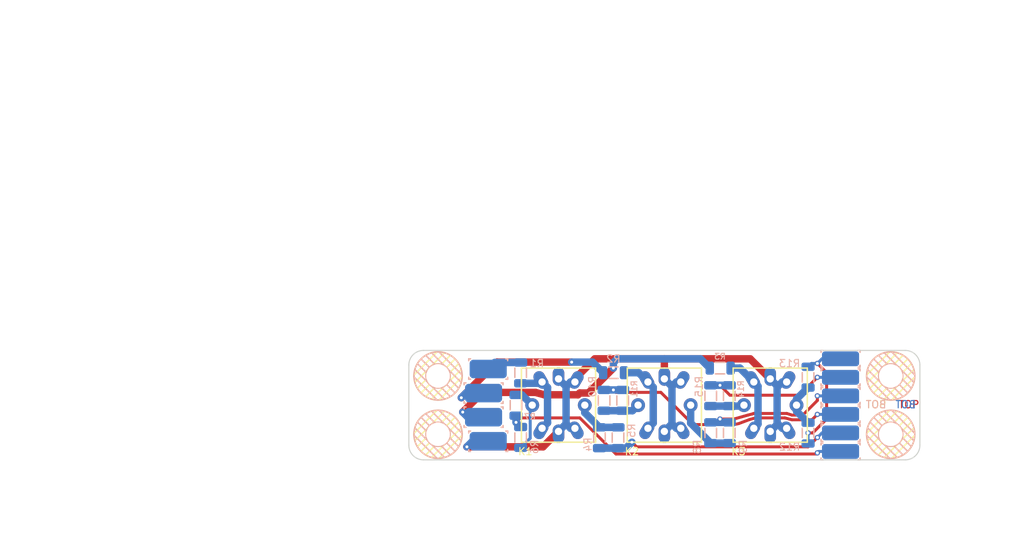
<source format=kicad_pcb>
(kicad_pcb (version 20240108) (generator "pcbnew") (generator_version "8.0")
  (title_block (title "ALIKEY03a - Tlacidlova doska 1x3") (date "2024-10-23") (rev "00") (company "VRM, a.s.") (comment 1 "Janis Peter"))
  (layers (0 "F.Cu" signal) (31 "B.Cu" signal) (34 "B.Paste" user) (35 "F.Paste" user) (36 "B.SilkS" user "B.Silkscreen") (37 "F.SilkS" user "F.Silkscreen") (38 "B.Mask" user) (39 "F.Mask" user) (44 "Edge.Cuts" user))
  (net 0 "")
  (net 1 "Net-(D1-1-Pad1)")
  (net 2 "Net-(D1-2-Pad1)")
  (net 3 "Net-(D2-1-Pad1)")
  (net 4 "Net-(D2-2-Pad1)")
  (net 5 "Net-(D3-1-Pad1)")
  (net 6 "Net-(D3-2-Pad1)")
  (net 7 "GND_Bar")
  (net 8 "Net-(K1-Pad3)")
  (net 9 "Net-(K1-PadA1)")
  (net 10 "Net-(K1-PadA2)")
  (net 11 "Net-(K2-Pad3)")
  (net 12 "Net-(K2-PadA2)")
  (net 13 "Net-(K2-PadA1)")
  (net 14 "Net-(K3-PadA2)")
  (net 15 "Net-(K3-PadA1)")
  (net 16 "Net-(K3-Pad3)")
  (net 17 "Net-(P1-Pad1)")
  (net 18 "Net-(P2-Pad1)")
  (net 19 "Net-(P3-Pad1)")
  (footprint "Library:B3W-90xx-x2xN_Omron" (layer "F.Cu") (at 89.9898 68.2668 90)
    (property "Reference" "K1" (at -6.35 -4.55 180) (layer "F.SilkS"))
    (property "Value" "B3W-9010-RG2N")
    (pad "1" thru_hole oval (at 3.175 2.25 60) (size 2.54 1.5875) (drill oval 1 (offset 0.3175 0)) (layers "*.Cu" "*.Mask") (net 7 "GND_Bar"))
    (pad "2" thru_hole oval (at -3.175 2.25 120) (size 2.54 1.5875) (drill oval 1 (offset -0.3175 0)) (layers "*.Cu" "*.Mask") (net 7 "GND_Bar"))
    (pad "3" thru_hole oval (at 3.175 -2.25 120) (size 2.54 1.5875) (drill oval 1 (offset 0.3175 0)) (layers "*.Cu" "*.Mask") (net 8 "Net-(K1-Pad3)"))
    (pad "4" thru_hole oval (at -3.175 -2.25 60) (size 2.54 1.5875) (drill oval 1 (offset -0.3175 0)) (layers "*.Cu" "*.Mask") (net 8 "Net-(K1-Pad3)"))
    (pad "A1" thru_hole circle (at 0 -3.6 90) (size 1.905 1.905) (drill 1) (layers "*.Cu" "*.Mask") (net 9 "Net-(K1-PadA1)"))
    (pad "A2" thru_hole circle (at 0 3.6 90) (size 1.905 1.905) (drill 1) (layers "*.Cu" "*.Mask") (net 10 "Net-(K1-PadA2)"))
    (pad "C1" thru_hole oval (at 3.6 0 90) (size 2.54 1.5875) (drill oval 1 (offset 0.3175 0)) (layers "*.Cu" "*.Mask") (net 7 "GND_Bar"))
    (pad "C2" thru_hole oval (at -3.6 0 90) (size 2.54 1.5875) (drill oval 1 (offset -0.3175 0)) (layers "*.Cu" "*.Mask") (net 7 "GND_Bar"))
  )
  (footprint "Library:MountingHole_3.2mm_M3" (layer "F.Cu") (at 135.4898 64.2668)
    (property "Reference" "REF**" (hide yes))
    (property "Value" "MountingHole_3.2mm_M3" (hide yes))
    (pad "" np_thru_hole circle (at 0 0 90) (size 3.2 3.2) (drill 3.2) (layers "F&B.Cu" "*.SilkS" "*.Mask"))
  )
  (footprint "Library:B3W-90xx-x2xN_Omron" (layer "F.Cu") (at 104.4898 68.2668 90)
    (property "Reference" "K2" (at -6.35 -4.445 180) (layer "F.SilkS"))
    (property "Value" "B3W-9010-RG2N")
    (pad "1" thru_hole oval (at 3.175 2.25 60) (size 2.54 1.5875) (drill oval 1 (offset 0.3175 0)) (layers "*.Cu" "*.Mask") (net 7 "GND_Bar"))
    (pad "2" thru_hole oval (at -3.175 2.25 120) (size 2.54 1.5875) (drill oval 1 (offset -0.3175 0)) (layers "*.Cu" "*.Mask") (net 7 "GND_Bar"))
    (pad "3" thru_hole oval (at 3.175 -2.25 120) (size 2.54 1.5875) (drill oval 1 (offset 0.3175 0)) (layers "*.Cu" "*.Mask") (net 11 "Net-(K2-Pad3)"))
    (pad "4" thru_hole oval (at -3.175 -2.25 60) (size 2.54 1.5875) (drill oval 1 (offset -0.3175 0)) (layers "*.Cu" "*.Mask") (net 11 "Net-(K2-Pad3)"))
    (pad "A1" thru_hole circle (at 0 -3.6 90) (size 1.905 1.905) (drill 1) (layers "*.Cu" "*.Mask") (net 13 "Net-(K2-PadA1)"))
    (pad "A2" thru_hole circle (at 0 3.6 90) (size 1.905 1.905) (drill 1) (layers "*.Cu" "*.Mask") (net 12 "Net-(K2-PadA2)"))
    (pad "C1" thru_hole oval (at 3.6 0 90) (size 2.54 1.5875) (drill oval 1 (offset 0.3175 0)) (layers "*.Cu" "*.Mask") (net 7 "GND_Bar"))
    (pad "C2" thru_hole oval (at -3.6 0 90) (size 2.54 1.5875) (drill oval 1 (offset -0.3175 0)) (layers "*.Cu" "*.Mask") (net 7 "GND_Bar"))
  )
  (footprint "Library:MountingHole_3.2mm_M3" (layer "F.Cu") (at 73.4898 64.2668)
    (property "Reference" "REF**" (hide yes))
    (property "Value" "MountingHole_3.2mm_M3" (hide yes))
    (pad "" np_thru_hole circle (at 0 0 90) (size 3.2 3.2) (drill 3.2) (layers "F&B.Cu" "*.SilkS" "*.Mask"))
  )
  (footprint "Library:MountingHole_3.2mm_M3" (layer "F.Cu") (at 73.4898 72.2668)
    (property "Reference" "REF**" (hide yes))
    (property "Value" "MountingHole_3.2mm_M3" (hide yes))
    (pad "" np_thru_hole circle (at 0 0 90) (size 3.2 3.2) (drill 3.2) (layers "F&B.Cu" "*.SilkS" "*.Mask"))
  )
  (footprint "Library:B3W-90xx-x2xN_Omron" (layer "F.Cu") (at 118.9898 68.2668 90)
    (property "Reference" "K3" (at -6.35 -4.34 180) (layer "F.SilkS"))
    (property "Value" "B3W-9010-RG2N")
    (pad "1" thru_hole oval (at 3.175 2.25 60) (size 2.54 1.5875) (drill oval 1 (offset 0.3175 0)) (layers "*.Cu" "*.Mask") (net 7 "GND_Bar"))
    (pad "2" thru_hole oval (at -3.175 2.25 120) (size 2.54 1.5875) (drill oval 1 (offset -0.3175 0)) (layers "*.Cu" "*.Mask") (net 7 "GND_Bar"))
    (pad "3" thru_hole oval (at 3.175 -2.25 120) (size 2.54 1.5875) (drill oval 1 (offset 0.3175 0)) (layers "*.Cu" "*.Mask") (net 16 "Net-(K3-Pad3)"))
    (pad "4" thru_hole oval (at -3.175 -2.25 60) (size 2.54 1.5875) (drill oval 1 (offset -0.3175 0)) (layers "*.Cu" "*.Mask") (net 16 "Net-(K3-Pad3)"))
    (pad "A1" thru_hole circle (at 0 -3.6 90) (size 1.905 1.905) (drill 1) (layers "*.Cu" "*.Mask") (net 15 "Net-(K3-PadA1)"))
    (pad "A2" thru_hole circle (at 0 3.6 90) (size 1.905 1.905) (drill 1) (layers "*.Cu" "*.Mask") (net 14 "Net-(K3-PadA2)"))
    (pad "C1" thru_hole oval (at 3.6 0 90) (size 2.54 1.5875) (drill oval 1 (offset 0.3175 0)) (layers "*.Cu" "*.Mask") (net 7 "GND_Bar"))
    (pad "C2" thru_hole oval (at -3.6 0 90) (size 2.54 1.5875) (drill oval 1 (offset -0.3175 0)) (layers "*.Cu" "*.Mask") (net 7 "GND_Bar"))
  )
  (footprint "Library:MountingHole_3.2mm_M3" (layer "F.Cu") (at 135.4898 72.2668)
    (property "Reference" "REF**" (hide yes))
    (property "Value" "MountingHole_3.2mm_M3" (hide yes))
    (pad "" np_thru_hole circle (at 0 0 90) (size 3.2 3.2) (drill 3.2) (layers "F&B.Cu" "*.SilkS" "*.Mask"))
  )
  (footprint "Library:RESC3116X65N_1206" (layer "B.Cu") (at 95.5998 72.7118 90)
    (property "Reference" "R4" (at -0.9525 -1.5875 90) (layer "B.SilkS") (effects (justify mirror)))
    (property "Value" "2k2")
    (pad "1" smd roundrect (at -1.45 0 90) (size 1.15 1.8) (layers "B.Cu" "B.Paste" "B.Mask") (net 2 "Net-(D1-2-Pad1)"))
    (pad "2" smd roundrect (at 1.4 0 90) (size 1.15 1.8) (layers "B.Cu" "B.Paste" "B.Mask") (net 10 "Net-(K1-PadA2)"))
  )
  (footprint "Library:RESC3116X65N_1206" (layer "B.Cu") (at 113.3798 66.9968 -90)
    (property "Reference" "R14" (at -0.9525 -1.5875 90) (layer "B.SilkS") (effects (font (size 0.8 0.8)) (justify mirror)))
    (property "Value" "2k2")
    (pad "1" smd roundrect (at -1.45 0 270) (size 1.15 1.8) (layers "B.Cu" "B.Paste" "B.Mask") (net 5 "Net-(D3-1-Pad1)"))
    (pad "2" smd roundrect (at 1.4 0 270) (size 1.15 1.8) (layers "B.Cu" "B.Paste" "B.Mask") (net 15 "Net-(K3-PadA1)"))
  )
  (footprint "Library:RESC3116X65N_1206" (layer "B.Cu") (at 124.1748 72.0768 90)
    (property "Reference" "R12" (at -1.905 -2.54 0) (layer "B.SilkS") (effects (justify mirror)))
    (property "Value" "2k2")
    (pad "1" smd roundrect (at -1.45 0 90) (size 1.15 1.8) (layers "B.Cu" "B.Paste" "B.Mask") (net 6 "Net-(D3-2-Pad1)"))
    (pad "2" smd roundrect (at 1.4 0 90) (size 1.15 1.8) (layers "B.Cu" "B.Paste" "B.Mask") (net 14 "Net-(K3-PadA2)"))
  )
  (footprint "Library:SMD_PAD_R254_508R50" (layer "B.Cu") (at 80.3598 63.3138 -90)
    (property "Reference" "P1" (hide yes))
    (property "Value" "TestPoint" (hide yes))
    (pad "1" smd roundrect (at 0 0 270) (size 2.54 5.08) (property pad_prop_testpoint) (layers "B.Cu" "B.Mask") (roundrect_rratio 0.1968503937) (net 17 "Net-(P1-Pad1)"))
  )
  (footprint "Library:SMD_PAD_R200_508R50" (layer "B.Cu") (at 128.6198 64.4568 90)
    (property "Reference" "D3-1" (hide yes))
    (property "Value" "TestPoint" (hide yes))
    (pad "1" smd roundrect (at 0 0 90) (size 2.032 5.08) (property pad_prop_testpoint) (layers "B.Cu" "B.Mask") (roundrect_rratio 0.1968503937) (net 5 "Net-(D3-1-Pad1)"))
  )
  (footprint "Library:SMD_PAD_R200_508R50" (layer "B.Cu") (at 128.6198 61.9168 90)
    (property "Reference" "D3-2" (hide yes))
    (property "Value" "TestPoint" (hide yes))
    (pad "1" smd roundrect (at 0 0 90) (size 2.032 5.08) (property pad_prop_testpoint) (layers "B.Cu" "B.Mask") (roundrect_rratio 0.1968503937) (net 6 "Net-(D3-2-Pad1)"))
  )
  (footprint "Library:SMD_PAD_R254_508R50" (layer "B.Cu") (at 79.7248 66.6158 90)
    (property "Reference" "P2" (hide yes))
    (property "Value" "TestPoint" (hide yes))
    (pad "1" smd roundrect (at 0 0 90) (size 2.54 5.08) (property pad_prop_testpoint) (layers "B.Cu" "B.Mask") (roundrect_rratio 0.1968503937) (net 18 "Net-(P2-Pad1)"))
  )
  (footprint "Library:RESC3116X65N_1206" (layer "B.Cu") (at 96.2348 67.6318 -90)
    (property "Reference" "R10" (at -1.905 1.5875 90) (layer "B.SilkS") (effects (justify mirror)))
    (property "Value" "2k2")
    (pad "1" smd roundrect (at -1.45 0 270) (size 1.15 1.8) (layers "B.Cu" "B.Paste" "B.Mask") (net 3 "Net-(D2-1-Pad1)"))
    (pad "2" smd roundrect (at 1.4 0 270) (size 1.15 1.8) (layers "B.Cu" "B.Paste" "B.Mask") (net 13 "Net-(K2-PadA1)"))
  )
  (footprint "Library:RESC3116X65N_1206" (layer "B.Cu") (at 97.5048 63.8218 180)
    (property "Reference" "R2" (at 0 1.905 0) (layer "B.SilkS") (effects (justify mirror)))
    (property "Value" "2k2")
    (pad "1" smd roundrect (at -1.45 0 180) (size 1.15 1.8) (layers "B.Cu" "B.Paste" "B.Mask") (net 11 "Net-(K2-Pad3)"))
    (pad "2" smd roundrect (at 1.4 0 180) (size 1.15 1.8) (layers "B.Cu" "B.Paste" "B.Mask") (net 18 "Net-(P2-Pad1)"))
  )
  (footprint "Library:RESC3116X65N_1206" (layer "B.Cu") (at 84.1698 68.2668 90)
    (property "Reference" "R7" (at -1.5875 1.905 0) (layer "B.SilkS") (effects (font (size 0.8 0.8)) (justify mirror)))
    (property "Value" "2k2")
    (pad "1" smd roundrect (at -1.45 0 90) (size 1.15 1.8) (layers "B.Cu" "B.Paste" "B.Mask") (net 1 "Net-(D1-1-Pad1)"))
    (pad "2" smd roundrect (at 1.4 0 90) (size 1.15 1.8) (layers "B.Cu" "B.Paste" "B.Mask") (net 9 "Net-(K1-PadA1)"))
  )
  (footprint "Library:RESC3116X65N_1206" (layer "B.Cu") (at 84.8048 72.7118 -90)
    (property "Reference" "R6" (at 1.27 -1.905 90) (layer "B.SilkS") (effects (justify mirror)))
    (property "Value" "2k2")
    (pad "1" smd roundrect (at -1.45 0 270) (size 1.15 1.8) (layers "B.Cu" "B.Paste" "B.Mask") (net 1 "Net-(D1-1-Pad1)"))
    (pad "2" smd roundrect (at 1.4 0 270) (size 1.15 1.8) (layers "B.Cu" "B.Paste" "B.Mask") (net 9 "Net-(K1-PadA1)"))
  )
  (footprint "Library:RESC3116X65N_1206" (layer "B.Cu") (at 110.8398 72.0768 -90)
    (property "Reference" "R8" (at 1.905 1.85 90) (layer "B.SilkS") (effects (justify mirror)))
    (property "Value" "2k2")
    (pad "1" smd roundrect (at -1.45 0 270) (size 1.15 1.8) (layers "B.Cu" "B.Paste" "B.Mask") (net 4 "Net-(D2-2-Pad1)"))
    (pad "2" smd roundrect (at 1.4 0 270) (size 1.15 1.8) (layers "B.Cu" "B.Paste" "B.Mask") (net 12 "Net-(K2-PadA2)"))
  )
  (footprint "Library:RESC3116X65N_1206" (layer "B.Cu") (at 98.1398 72.7118 90)
    (property "Reference" "R5" (at 0.9525 1.85 90) (layer "B.SilkS") (effects (justify mirror)))
    (property "Value" "2k2")
    (pad "1" smd roundrect (at -1.45 0 90) (size 1.15 1.8) (layers "B.Cu" "B.Paste" "B.Mask") (net 2 "Net-(D1-2-Pad1)"))
    (pad "2" smd roundrect (at 1.4 0 90) (size 1.15 1.8) (layers "B.Cu" "B.Paste" "B.Mask") (net 10 "Net-(K1-PadA2)"))
  )
  (footprint "Library:RESC3116X65N_1206" (layer "B.Cu") (at 124.1748 64.4568 -90)
    (property "Reference" "R13" (at -1.905 2.54 0) (layer "B.SilkS") (effects (justify mirror)))
    (property "Value" "2k2")
    (pad "1" smd roundrect (at -1.45 0 270) (size 1.15 1.8) (layers "B.Cu" "B.Paste" "B.Mask") (net 6 "Net-(D3-2-Pad1)"))
    (pad "2" smd roundrect (at 1.4 0 270) (size 1.15 1.8) (layers "B.Cu" "B.Paste" "B.Mask") (net 14 "Net-(K3-PadA2)"))
  )
  (footprint "Library:RESC3116X65N_1206" (layer "B.Cu") (at 112.1098 63.1868 180)
    (property "Reference" "R3" (at 0 1.5875 0) (layer "B.SilkS") (effects (font (size 0.8 0.8)) (justify mirror)))
    (property "Value" "2k2")
    (pad "1" smd roundrect (at -1.45 0 180) (size 1.15 1.8) (layers "B.Cu" "B.Paste" "B.Mask") (net 16 "Net-(K3-Pad3)"))
    (pad "2" smd roundrect (at 1.4 0 180) (size 1.15 1.8) (layers "B.Cu" "B.Paste" "B.Mask") (net 19 "Net-(P3-Pad1)"))
  )
  (footprint "Library:SMD_PAD_R200_508R50" (layer "B.Cu") (at 128.6198 72.0768 90)
    (property "Reference" "D1-2" (hide yes))
    (property "Value" "TestPoint" (hide yes))
    (pad "1" smd roundrect (at 0 0 90) (size 2.032 5.08) (property pad_prop_testpoint) (layers "B.Cu" "B.Mask") (roundrect_rratio 0.1968503937) (net 2 "Net-(D1-2-Pad1)"))
  )
  (footprint "Library:RESC3116X65N_1206" (layer "B.Cu") (at 98.7748 67.6318 -90)
    (property "Reference" "R11" (at -1.5875 -1.5875 90) (layer "B.SilkS") (effects (font (size 0.8 0.8)) (justify mirror)))
    (property "Value" "2k2")
    (pad "1" smd roundrect (at -1.45 0 270) (size 1.15 1.8) (layers "B.Cu" "B.Paste" "B.Mask") (net 3 "Net-(D2-1-Pad1)"))
    (pad "2" smd roundrect (at 1.4 0 270) (size 1.15 1.8) (layers "B.Cu" "B.Paste" "B.Mask") (net 13 "Net-(K2-PadA1)"))
  )
  (footprint "Library:SMD_PAD_R200_508R50" (layer "B.Cu") (at 128.6198 66.9968 -90)
    (property "Reference" "D2-2" (hide yes))
    (property "Value" "TestPoint" (hide yes))
    (pad "1" smd roundrect (at 0 0 270) (size 2.032 5.08) (property pad_prop_testpoint) (layers "B.Cu" "B.Mask") (roundrect_rratio 0.1968503937) (net 4 "Net-(D2-2-Pad1)"))
  )
  (footprint "Library:RESC3116X65N_1206" (layer "B.Cu") (at 84.8048 63.8218 90)
    (property "Reference" "R1" (at 1.27 2.2225 0) (layer "B.SilkS") (effects (justify mirror)))
    (property "Value" "2k2")
    (pad "1" smd roundrect (at -1.45 0 90) (size 1.15 1.8) (layers "B.Cu" "B.Paste" "B.Mask") (net 8 "Net-(K1-Pad3)"))
    (pad "2" smd roundrect (at 1.4 0 90) (size 1.15 1.8) (layers "B.Cu" "B.Paste" "B.Mask") (net 17 "Net-(P1-Pad1)"))
  )
  (footprint "Library:RESC3116X65N_1206" (layer "B.Cu") (at 113.3798 72.0768 -90)
    (property "Reference" "R9" (at 1.905 -1.905 90) (layer "B.SilkS") (effects (justify mirror)))
    (property "Value" "2k2")
    (pad "1" smd roundrect (at -1.45 0 270) (size 1.15 1.8) (layers "B.Cu" "B.Paste" "B.Mask") (net 4 "Net-(D2-2-Pad1)"))
    (pad "2" smd roundrect (at 1.4 0 270) (size 1.15 1.8) (layers "B.Cu" "B.Paste" "B.Mask") (net 12 "Net-(K2-PadA2)"))
  )
  (footprint "Library:RESC3116X65N_1206" (layer "B.Cu") (at 110.8398 66.9968 -90)
    (property "Reference" "R15" (at -1.27 1.5875 90) (layer "B.SilkS") (effects (justify mirror)))
    (property "Value" "2k2")
    (pad "1" smd roundrect (at -1.45 0 270) (size 1.15 1.8) (layers "B.Cu" "B.Paste" "B.Mask") (net 5 "Net-(D3-1-Pad1)"))
    (pad "2" smd roundrect (at 1.4 0 270) (size 1.15 1.8) (layers "B.Cu" "B.Paste" "B.Mask") (net 15 "Net-(K3-PadA1)"))
  )
  (footprint "Library:SMD_PAD_R254_508R50" (layer "B.Cu") (at 79.7248 69.9178 90)
    (property "Reference" "P3" (hide yes))
    (property "Value" "TestPoint" (hide yes))
    (pad "1" smd roundrect (at 0 0 90) (size 2.54 5.08) (property pad_prop_testpoint) (layers "B.Cu" "B.Mask") (roundrect_rratio 0.1968503937) (net 19 "Net-(P3-Pad1)"))
  )
  (footprint "Library:SMD_PAD_R200_508R50" (layer "B.Cu") (at 128.6198 74.6168 90)
    (property "Reference" "D1-1" (hide yes))
    (property "Value" "TestPoint" (hide yes))
    (pad "1" smd roundrect (at 0 0 90) (size 2.032 5.08) (property pad_prop_testpoint) (layers "B.Cu" "B.Mask") (roundrect_rratio 0.1968503937) (net 1 "Net-(D1-1-Pad1)"))
  )
  (footprint "Library:SMD_PAD_R200_508R50" (layer "B.Cu") (at 128.6198 69.5368 -90)
    (property "Reference" "D2-1" (hide yes))
    (property "Value" "TestPoint" (hide yes))
    (pad "1" smd roundrect (at 0 0 270) (size 2.032 5.08) (property pad_prop_testpoint) (layers "B.Cu" "B.Mask") (roundrect_rratio 0.1968503937) (net 3 "Net-(D2-1-Pad1)"))
  )
  (footprint "Library:SMD_PAD_R254_508R50" (layer "B.Cu") (at 80.3598 73.2198 90)
    (property "Reference" "J0" (hide yes))
    (property "Value" "TestPoint" (hide yes))
    (pad "1" smd roundrect (at 0 0 90) (size 2.54 5.08) (property pad_prop_testpoint) (layers "B.Cu" "B.Mask") (roundrect_rratio 0.1968503937) (net 7 "GND_Bar"))
  )
  (gr_line (start 139.4898 73.7668) (end 139.4898 62.7668) (stroke (width 0.15)) (layer "Edge.Cuts"))
  (gr_arc (start 139.4898 73.7668) (mid 138.904014 75.181014) (end 137.4898 75.7668) (stroke (width 0.15)) (layer "Edge.Cuts"))
  (gr_arc (start 71.489799 75.7668) (mid 70.075586 75.181014) (end 69.4898 73.7668) (stroke (width 0.15)) (layer "Edge.Cuts"))
  (gr_arc (start 137.4898 60.7668) (mid 138.904014 61.352586) (end 139.4898 62.766799) (stroke (width 0.15)) (layer "Edge.Cuts"))
  (gr_line (start 137.4898 60.7668) (end 71.4898 60.7668) (stroke (width 0.15)) (layer "Edge.Cuts"))
  (gr_line (start 71.4898 75.7668) (end 137.4898 75.7668) (stroke (width 0.15)) (layer "Edge.Cuts"))
  (gr_arc (start 69.4898 62.7668) (mid 70.075586 61.352586) (end 71.4898 60.7668) (stroke (width 0.15)) (layer "Edge.Cuts"))
  (gr_line (start 69.4898 62.7668) (end 69.4898 73.7668) (stroke (width 0.15)) (layer "Edge.Cuts"))
  (gr_text "TOP" (at 136.4898 68.7668 0) (layer "F.Cu") (effects (font (size 1 1)) (justify left bottom)))
  (gr_text "BOT" (at 139.049324 68.7668 0) (layer "B.Cu") (effects (font (size 1 1)) (justify left bottom mirror)))
  (gr_text "BOT" (at 134.9898 68.7668 0) (layer "B.SilkS") (effects (font (size 1 1)) (justify left bottom mirror)))
  (gr_text "TOP" (at 131.9898 68.7668 0) (layer "F.SilkS") (effects (font (size 1 1)) (justify left bottom)))
  (segment (start 84.780202 70.016398) (end 92.904398 70.016398) (width 0.4064) (layer "F.Cu") (net 1))
  (segment (start 92.904398 70.016398) (end 97.8516 74.9636) (width 0.4064) (layer "F.Cu") (net 1))
  (segment (start 84.1698 70.6268) (end 84.780202 70.016398) (width 0.4064) (layer "F.Cu") (net 1))
  (segment (start 97.8516 74.9636) (end 125.4448 74.9636) (width 0.4064) (layer "F.Cu") (net 1))
  (segment (start 125.4448 74.9636) (end 125.4448 74.8112) (width 0.4064) (layer "F.Cu") (net 1))
  (via (at 125.4448 74.8112) (size 0.7112) (drill 0.4064) (layers "F.Cu" "B.Cu") (net 1))
  (via (at 84.1698 70.6268) (size 0.7112) (drill 0.4064) (layers "F.Cu" "B.Cu") (net 1))
  (segment (start 125.6392 74.6168) (end 128.6198 74.6168) (width 0.4064) (layer "B.Cu") (net 1))
  (segment (start 84.8048 71.2618) (end 84.1698 70.6268) (width 1.016) (layer "B.Cu") (net 1))
  (segment (start 125.4448 74.8112) (end 125.6392 74.6168) (width 0.4064) (layer "B.Cu") (net 1))
  (segment (start 84.1698 69.7168) (end 84.1698 70.6268) (width 1.016) (layer "B.Cu") (net 1))
  (segment (start 100.6798 73.9818) (end 124.1748 73.9818) (width 0.4064) (layer "F.Cu") (net 2))
  (segment (start 124.1748 73.9818) (end 125.449432 72.707168) (width 0.4064) (layer "F.Cu") (net 2))
  (segment (start 125.449432 72.707168) (end 125.450123 72.707168) (width 0.4064) (layer "F.Cu") (net 2))
  (segment (start 100.0448 73.3468) (end 100.6798 73.9818) (width 0.4064) (layer "F.Cu") (net 2))
  (via (at 125.450123 72.707168) (size 0.7112) (drill 0.4064) (layers "F.Cu" "B.Cu") (net 2))
  (via (at 100.0448 73.3468) (size 0.7112) (drill 0.4064) (layers "F.Cu" "B.Cu") (net 2))
  (segment (start 99.2298 74.1618) (end 100.0448 73.3468) (width 1.016) (layer "B.Cu") (net 2))
  (segment (start 95.5998 74.1618) (end 98.1398 74.1618) (width 1.016) (layer "B.Cu") (net 2))
  (segment (start 125.450123 72.707168) (end 126.080491 72.0768) (width 0.4064) (layer "B.Cu") (net 2))
  (segment (start 126.080491 72.0768) (end 128.6198 72.0768) (width 0.4064) (layer "B.Cu") (net 2))
  (segment (start 98.1398 74.1618) (end 99.2298 74.1618) (width 1.016) (layer "B.Cu") (net 2))
  (segment (start 97.840202 66.517202) (end 104.010202 66.517202) (width 0.4064) (layer "F.Cu") (net 3))
  (segment (start 97.5048 66.1818) (end 97.840202 66.517202) (width 0.4064) (layer "F.Cu") (net 3))
  (segment (start 124.707874 70.273726) (end 125.4448 69.5368) (width 0.4064) (layer "F.Cu") (net 3))
  (segment (start 108.4268 70.9338) (end 114.0148 70.9338) (width 0.4064) (layer "F.Cu") (net 3))
  (segment (start 116.171781 70.2353) (end 116.988733 70.016398) (width 0.4064) (layer "F.Cu") (net 3))
  (segment (start 104.010202 66.517202) (end 108.4268 70.9338) (width 0.4064) (layer "F.Cu") (net 3))
  (segment (start 121.658213 70.195213) (end 121.951227 70.273726) (width 0.4064) (layer "F.Cu") (net 3))
  (segment (start 114.6498 70.8068) (end 116.171781 70.2353) (width 0.4064) (layer "F.Cu") (net 3))
  (segment (start 120.9998 70.016398) (end 121.658213 70.195213) (width 0.4064) (layer "F.Cu") (net 3))
  (segment (start 121.951227 70.273726) (end 124.707874 70.273726) (width 0.4064) (layer "F.Cu") (net 3))
  (segment (start 114.0148 70.9338) (end 114.6498 70.8068) (width 0.4064) (layer "F.Cu") (net 3))
  (segment (start 116.988733 70.016398) (end 120.9998 70.016398) (width 0.4064) (layer "F.Cu") (net 3))
  (via (at 97.5048 66.1818) (size 0.7112) (drill 0.4064) (layers "F.Cu" "B.Cu") (net 3))
  (via (at 125.4448 69.5368) (size 0.7112) (drill 0.4064) (layers "F.Cu" "B.Cu") (net 3))
  (segment (start 125.4448 69.5368) (end 128.6198 69.5368) (width 0.4064) (layer "B.Cu") (net 3))
  (segment (start 98.7748 66.1818) (end 96.2348 66.1818) (width 1.016) (layer "B.Cu") (net 3))
  (segment (start 115.952675 69.6257) (end 116.5548 69.469846) (width 0.4064) (layer "F.Cu") (net 4))
  (segment (start 123.4509 69.6257) (end 125.4448 67.6318) (width 0.4064) (layer "F.Cu") (net 4))
  (segment (start 116.5548 69.469846) (end 116.736228 69.406798) (width 0.4064) (layer "F.Cu") (net 4))
  (segment (start 112.1098 70.1718) (end 114.0148 70.1718) (width 0.4064) (layer "F.Cu") (net 4))
  (segment (start 125.4448 67.6318) (end 125.4448 66.9968) (width 0.4064) (layer "F.Cu") (net 4))
  (segment (start 121.2538 69.406798) (end 121.950804 69.6257) (width 0.4064) (layer "F.Cu") (net 4))
  (segment (start 121.950804 69.6257) (end 123.4509 69.6257) (width 0.4064) (layer "F.Cu") (net 4))
  (segment (start 116.736228 69.406798) (end 121.2538 69.406798) (width 0.4064) (layer "F.Cu") (net 4))
  (segment (start 114.0148 70.1718) (end 115.952675 69.6257) (width 0.4064) (layer "F.Cu") (net 4))
  (via (at 112.1098 70.1718) (size 0.7112) (drill 0.4064) (layers "F.Cu" "B.Cu") (net 4))
  (via (at 125.4448 66.9968) (size 0.7112) (drill 0.4064) (layers "F.Cu" "B.Cu") (net 4))
  (segment (start 128.6198 66.9968) (end 125.4448 66.9968) (width 0.4064) (layer "B.Cu") (net 4))
  (segment (start 110.8398 70.6268) (end 113.3798 70.6268) (width 1.016) (layer "B.Cu") (net 4))
  (segment (start 125.4448 64.4568) (end 122.9937 66.9079) (width 0.4064) (layer "F.Cu") (net 5))
  (segment (start 113.4709 66.9079) (end 112.1098 65.5468) (width 0.4064) (layer "F.Cu") (net 5))
  (segment (start 122.9937 66.9079) (end 113.4709 66.9079) (width 0.4064) (layer "F.Cu") (net 5))
  (via (at 112.1098 65.5468) (size 0.7112) (drill 0.4064) (layers "F.Cu" "B.Cu") (net 5))
  (via (at 125.4448 64.4568) (size 0.7112) (drill 0.4064) (layers "F.Cu" "B.Cu") (net 5))
  (segment (start 113.3798 65.5468) (end 112.1098 65.5468) (width 0.4064) (layer "B.Cu") (net 5))
  (segment (start 128.6198 64.4568) (end 125.4448 64.4568) (width 0.4064) (layer "B.Cu") (net 5))
  (segment (start 110.8398 65.5468) (end 113.3798 65.5468) (width 1.016) (layer "B.Cu") (net 5))
  (segment (start 124.8098 72.0768) (end 126.7148 70.1718) (width 0.4064) (layer "F.Cu") (net 6))
  (segment (start 126.7148 70.1718) (end 126.7148 63.8218) (width 0.4064) (layer "F.Cu") (net 6))
  (segment (start 126.7148 63.8218) (end 125.4448 62.5518) (width 0.4064) (layer "F.Cu") (net 6))
  (segment (start 124.1748 72.0768) (end 124.8098 72.0768) (width 0.4064) (layer "F.Cu") (net 6))
  (via (at 125.4448 62.5518) (size 0.7112) (drill 0.4064) (layers "F.Cu" "B.Cu") (net 6))
  (via (at 124.1748 72.0768) (size 0.7112) (drill 0.4064) (layers "F.Cu" "B.Cu") (net 6))
  (segment (start 125.4448 62.5518) (end 124.6298 62.5518) (width 0.4064) (layer "B.Cu") (net 6))
  (segment (start 128.6198 61.9168) (end 126.0798 61.9168) (width 0.4064) (layer "B.Cu") (net 6))
  (segment (start 124.1748 73.5268) (end 124.1748 72.0768) (width 0.4064) (layer "B.Cu") (net 6))
  (segment (start 126.0798 61.9168) (end 125.4448 62.5518) (width 0.4064) (layer "B.Cu") (net 6))
  (segment (start 124.6298 62.5518) (end 124.1748 63.0068) (width 0.4064) (layer "B.Cu") (net 6))
  (segment (start 104.4898 61.9168) (end 104.4898 64.6668) (width 1.016) (layer "F.Cu") (net 7))
  (segment (start 92.2398 64.6418) (end 94.9648 61.9168) (width 1.016) (layer "F.Cu") (net 7))
  (segment (start 87.874792 73.981808) (end 77.438808 73.981808) (width 1.016) (layer "F.Cu") (net 7))
  (segment (start 94.9648 61.9168) (end 104.4898 61.9168) (width 1.016) (layer "F.Cu") (net 7))
  (segment (start 89.9898 71.8668) (end 87.874792 73.981808) (width 1.016) (layer "F.Cu") (net 7))
  (segment (start 116.2398 61.9168) (end 118.9898 64.6668) (width 1.016) (layer "F.Cu") (net 7))
  (segment (start 77.438808 73.981808) (end 77.438792 73.981792) (width 1.016) (layer "F.Cu") (net 7))
  (segment (start 104.4898 61.9168) (end 116.2398 61.9168) (width 1.016) (layer "F.Cu") (net 7))
  (via (at 77.438792 73.981792) (size 0.7112) (drill 0.4064) (layers "F.Cu" "B.Cu") (net 7))
  (segment (start 106.1408 71.4418) (end 105.5278 70.8288) (width 1.016) (layer "B.Cu") (net 7))
  (segment (start 120.0278 70.8288) (end 118.9898 71.8668) (width 1.016) (layer "B.Cu") (net 7))
  (segment (start 121.2398 65.0918) (end 120.6408 65.0918) (width 1.016) (layer "B.Cu") (net 7))
  (segment (start 120.0278 65.7048) (end 119.933 65.7996) (width 1.016) (layer "B.Cu") (net 7))
  (segment (start 89.9898 64.6668) (end 91.0278 65.7048) (width 1.016) (layer "B.Cu") (net 7))
  (segment (start 92.2398 71.4418) (end 91.6408 71.4418) (width 1.016) (layer "B.Cu") (net 7))
  (segment (start 106.7398 71.4418) (end 106.1408 71.4418) (width 1.016) (layer "B.Cu") (net 7))
  (segment (start 105.5278 70.8288) (end 104.4898 71.8668) (width 1.016) (layer "B.Cu") (net 7))
  (segment (start 91.0278 65.7048) (end 91.0278 70.8288) (width 1.016) (layer "B.Cu") (net 7))
  (segment (start 91.0278 70.8288) (end 89.9898 71.8668) (width 1.016) (layer "B.Cu") (net 7))
  (segment (start 120.6408 65.0918) (end 120.0278 65.7048) (width 1.016) (layer "B.Cu") (net 7))
  (segment (start 119.933 65.7996) (end 119.933 70.734) (width 1.016) (layer "B.Cu") (net 7))
  (segment (start 80.3598 73.2198) (end 78.200784 73.2198) (width 1.016) (layer "B.Cu") (net 7))
  (segment (start 121.2398 71.4418) (end 120.6408 71.4418) (width 1.016) (layer "B.Cu") (net 7))
  (segment (start 104.4898 64.6668) (end 105.5278 65.7048) (width 1.016) (layer "B.Cu") (net 7))
  (segment (start 106.1408 65.0918) (end 105.5278 65.7048) (width 1.016) (layer "B.Cu") (net 7))
  (segment (start 78.200784 73.2198) (end 77.438792 73.981792) (width 1.016) (layer "B.Cu") (net 7))
  (segment (start 118.9898 64.6668) (end 120.0278 65.7048) (width 1.016) (layer "B.Cu") (net 7))
  (segment (start 120.6408 71.4418) (end 120.0278 70.8288) (width 1.016) (layer "B.Cu") (net 7))
  (segment (start 105.5278 65.7048) (end 105.5278 70.8288) (width 1.016) (layer "B.Cu") (net 7))
  (segment (start 119.933 70.734) (end 120.0278 70.8288) (width 1.016) (layer "B.Cu") (net 7))
  (segment (start 91.6408 71.4418) (end 91.0278 70.8288) (width 1.016) (layer "B.Cu") (net 7))
  (segment (start 92.2398 65.0918) (end 91.6408 65.0918) (width 1.016) (layer "B.Cu") (net 7))
  (segment (start 91.6408 65.0918) (end 91.0278 65.7048) (width 1.016) (layer "B.Cu") (net 7))
  (segment (start 106.7398 65.0918) (end 106.1408 65.0918) (width 1.016) (layer "B.Cu") (net 7))
  (segment (start 87.7398 65.0918) (end 88.4878 65.8398) (width 1.016) (layer "B.Cu") (net 8))
  (segment (start 84.8048 65.2718) (end 87.5598 65.2718) (width 1.016) (layer "B.Cu") (net 8))
  (segment (start 88.4878 65.8398) (end 88.4878 70.6938) (width 1.016) (layer "B.Cu") (net 8))
  (segment (start 88.4878 70.6938) (end 87.7398 71.4418) (width 1.016) (layer "B.Cu") (net 8))
  (segment (start 86.1112 72.8054) (end 84.8048 74.1118) (width 0.4064) (layer "B.Cu") (net 9))
  (segment (start 84.9898 66.8668) (end 86.3898 68.2668) (width 1.016) (layer "B.Cu") (net 9))
  (segment (start 84.1698 66.8668) (end 84.9898 66.8668) (width 1.016) (layer "B.Cu") (net 9))
  (segment (start 86.1112 68.5454) (end 86.1112 72.8054) (width 0.4064) (layer "B.Cu") (net 9))
  (segment (start 98.1398 71.3118) (end 95.5998 71.3118) (width 1.016) (layer "B.Cu") (net 10))
  (segment (start 95.5998 71.3118) (end 93.5898 69.3018) (width 1.016) (layer "B.Cu") (net 10))
  (segment (start 93.5898 69.3018) (end 93.5898 68.6668) (width 1.016) (layer "B.Cu") (net 10))
  (segment (start 102.2398 65.0918) (end 102.9658 65.8178) (width 1.016) (layer "B.Cu") (net 11))
  (segment (start 98.9548 63.8218) (end 100.9698 63.8218) (width 1.016) (layer "B.Cu") (net 11))
  (segment (start 100.9698 63.8218) (end 102.2398 65.0918) (width 1.016) (layer "B.Cu") (net 11))
  (segment (start 102.9658 70.7158) (end 102.2398 71.4418) (width 1.016) (layer "B.Cu") (net 11))
  (segment (start 102.9658 65.8178) (end 102.9658 70.7158) (width 1.016) (layer "B.Cu") (net 11))
  (segment (start 110.8398 73.4768) (end 113.3798 73.4768) (width 1.016) (layer "B.Cu") (net 12))
  (segment (start 108.0898 68.2668) (end 108.0898 70.7268) (width 1.016) (layer "B.Cu") (net 12))
  (segment (start 108.0898 70.7268) (end 110.8398 73.4768) (width 1.016) (layer "B.Cu") (net 12))
  (segment (start 96.2348 69.0318) (end 98.7748 69.0318) (width 1.016) (layer "B.Cu") (net 13))
  (segment (start 98.7748 69.0318) (end 100.1248 69.0318) (width 1.016) (layer "B.Cu") (net 13))
  (segment (start 100.1248 69.0318) (end 100.8898 68.2668) (width 1.016) (layer "B.Cu") (net 13))
  (segment (start 122.5898 69.0918) (end 124.1748 70.6768) (width 1.016) (layer "B.Cu") (net 14))
  (segment (start 122.5898 68.2668) (end 122.5898 69.0918) (width 1.016) (layer "B.Cu") (net 14))
  (segment (start 122.5898 67.4418) (end 124.1748 65.8568) (width 1.016) (layer "B.Cu") (net 14))
  (segment (start 122.5898 68.2668) (end 122.5898 67.4418) (width 1.016) (layer "B.Cu") (net 14))
  (segment (start 110.8398 68.3968) (end 113.3798 68.3968) (width 1.016) (layer "B.Cu") (net 15))
  (segment (start 113.3798 68.3968) (end 115.2598 68.3968) (width 1.016) (layer "B.Cu") (net 15))
  (segment (start 117.3168 65.6688) (end 117.3168 70.8648) (width 1.016) (layer "B.Cu") (net 16))
  (segment (start 113.5598 63.1868) (end 114.8348 63.1868) (width 1.016) (layer "B.Cu") (net 16))
  (segment (start 117.3168 70.8648) (end 116.7398 71.4418) (width 1.016) (layer "B.Cu") (net 16))
  (segment (start 116.7398 65.0918) (end 117.3168 65.6688) (width 1.016) (layer "B.Cu") (net 16))
  (segment (start 114.8348 63.1868) (end 116.7398 65.0918) (width 1.016) (layer "B.Cu") (net 16))
  (segment (start 80.3598 63.3138) (end 81.2518 62.4218) (width 1.016) (layer "B.Cu") (net 17))
  (segment (start 81.2518 62.4218) (end 84.8048 62.4218) (width 1.016) (layer "B.Cu") (net 17))
  (segment (start 76.676785 67.2508) (end 81.559485 62.3681) (width 1.016) (layer "F.Cu") (net 18))
  (segment (start 81.559485 62.3681) (end 91.7898 62.3681) (width 1.016) (layer "F.Cu") (net 18))
  (via (at 76.676785 67.2508) (size 0.7112) (drill 0.4064) (layers "F.Cu" "B.Cu") (net 18))
  (via (at 91.7898 62.3681) (size 0.7112) (drill 0.4064) (layers "F.Cu" "B.Cu") (net 18))
  (segment (start 94.6511 62.3681) (end 91.7898 62.3681) (width 1.016) (layer "B.Cu") (net 18))
  (segment (start 79.7248 66.6158) (end 77.311785 66.6158) (width 1.016) (layer "B.Cu") (net 18))
  (segment (start 96.1048 63.8218) (end 94.6511 62.3681) (width 1.016) (layer "B.Cu") (net 18))
  (segment (start 77.311785 66.6158) (end 76.676785 67.2508) (width 1.016) (layer "B.Cu") (net 18))
  (segment (start 94.0885 66.6031) (end 92.900672 66.6031) (width 1.016) (layer "F.Cu") (net 19))
  (segment (start 97.5048 63.1868) (end 94.0885 66.6031) (width 1.016) (layer "F.Cu") (net 19))
  (segment (start 86.827535 66.521611) (end 79.564989 66.521611) (width 1.016) (layer "F.Cu") (net 19))
  (segment (start 92.900672 66.6031) (end 92.65948 66.844292) (width 1.016) (layer "F.Cu") (net 19))
  (segment (start 88.031794 66.844292) (end 86.827535 66.521611) (width 1.016) (layer "F.Cu") (net 19))
  (segment (start 79.564989 66.521611) (end 76.867307 69.219293) (width 1.016) (layer "F.Cu") (net 19))
  (segment (start 92.65948 66.844292) (end 88.031794 66.844292) (width 1.016) (layer "F.Cu") (net 19))
  (via (at 97.5048 63.1868) (size 0.7112) (drill 0.4064) (layers "F.Cu" "B.Cu") (net 19))
  (via (at 76.867307 69.219293) (size 0.7112) (drill 0.4064) (layers "F.Cu" "B.Cu") (net 19))
  (segment (start 109.4398 61.9168) (end 110.7098 63.1868) (width 1.016) (layer "B.Cu") (net 19))
  (segment (start 79.7248 69.9178) (end 77.565814 69.9178) (width 1.016) (layer "B.Cu") (net 19))
  (segment (start 77.565814 69.9178) (end 76.867307 69.219293) (width 1.016) (layer "B.Cu") (net 19))
  (segment (start 98.026112 61.9168) (end 109.4398 61.9168) (width 1.016) (layer "B.Cu") (net 19))
  (segment (start 97.5048 62.438112) (end 98.026112 61.9168) (width 1.016) (layer "B.Cu") (net 19))
  (segment (start 97.5048 63.1868) (end 97.5048 62.438112) (width 1.016) (layer "B.Cu") (net 19))
)
</source>
